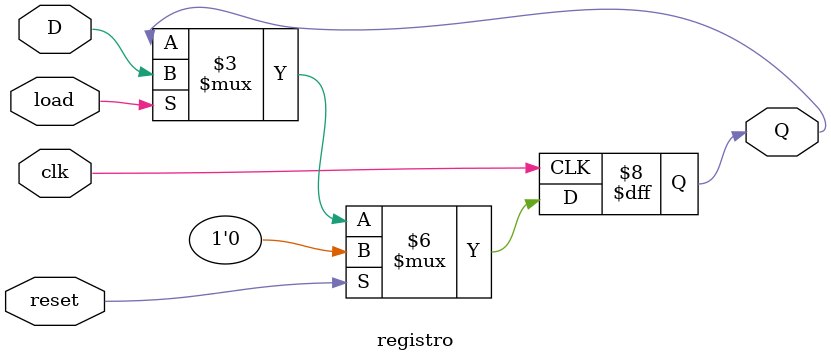
<source format=sv>
`timescale 1ns / 1ps


module registro(
    input logic D, clk, reset, load,
    output logic Q
    );
    
    always_ff@(posedge clk)
        if (reset)
            Q <= 'b0;

        else if (load)
            Q <= D; 
        else 
            Q <=  Q;
endmodule

</source>
